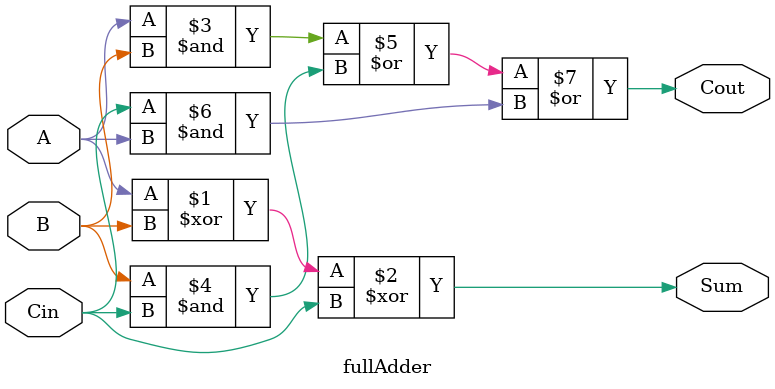
<source format=sv>
module fullAdder(Sum,Cout,A,B,Cin);
  
  //Input Declaration
  input A, B, Cin;
  
  //Output Declaration
  output Sum, Cout;
  
  //Logic
  assign Sum = ((A ^ B) ^ Cin);
  assign Cout = (A & B) | (B & Cin) | (Cin & A);
  
endmodule

</source>
